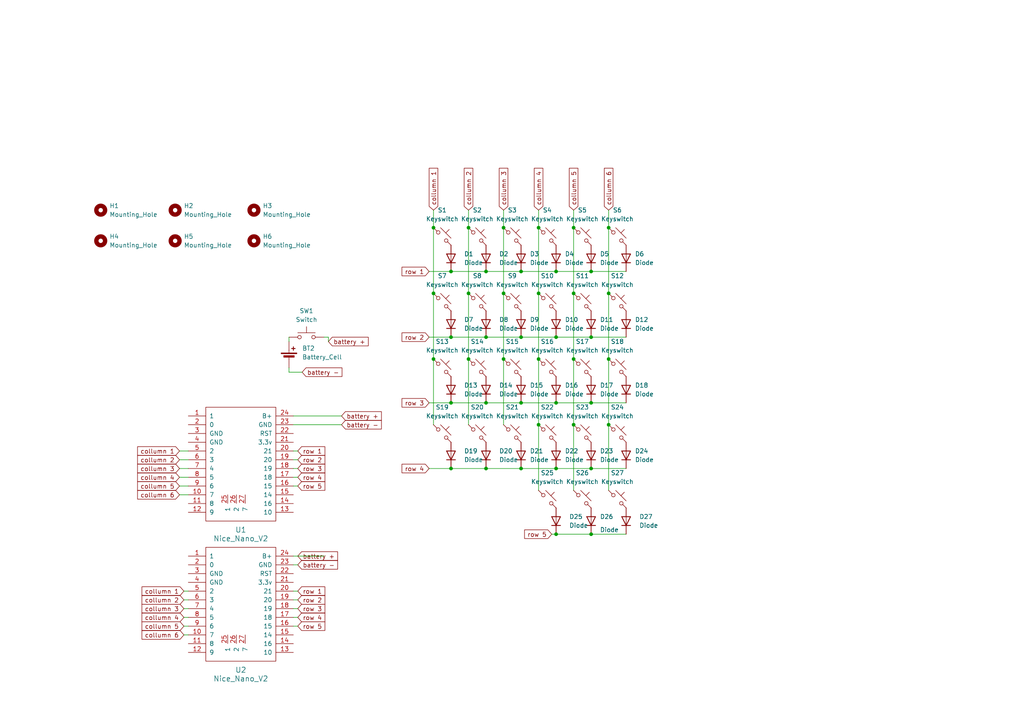
<source format=kicad_sch>
(kicad_sch (version 20231120) (generator "eeschema") (generator_version "8.0")
  (paper "A4")
  (lib_symbols
    (symbol "Device:Battery_Cell" (pin_numbers hide) (pin_names (offset 0) hide)
      (property "Reference" "BT" (at 2.54 2.54 0))
      (property "Value" "Battery_Cell" (at 2.54 0 0))
      (symbol "Battery_Cell_0_1"
        (rectangle (start -2.286 1.778) (end 2.286 1.524) (fill (type outline)))
        (rectangle (start -1.524 1.016) (end 1.524 0.508) (fill (type outline)))
        (polyline (pts (xy 0 0.762) (xy 0 0)))
        (polyline (pts (xy 0 1.778) (xy 0 2.54)))
        (polyline (pts (xy 0.762 3.048) (xy 1.778 3.048)) (stroke (width 0.254)))
        (polyline (pts (xy 1.27 3.556) (xy 1.27 2.54)) (stroke (width 0.254)))
      )
      (symbol "Battery_Cell_1_1"
        (pin passive line (at 0 5.08 270) (length 2.54) (name "+") (number "1"))
        (pin passive line (at 0 -2.54 90) (length 2.54) (name "-") (number "2"))
      )
    )
    (symbol "ScottoKeebs:MCU_Nice_Nano_V2" (pin_names (offset 1.016))
      (property "Reference" "U" (at 0 0 0))
      (property "Value" "Nice_Nano_V2" (at 0 -19.05 0))
      (symbol "MCU_Nice_Nano_V2_0_1"
        (rectangle (start -10.16 16.51) (end 10.16 -16.51))
      )
      (symbol "MCU_Nice_Nano_V2_1_1"
        (pin input line (at -15.24 13.97 0) (length 5.08) (name "1") (number "1"))
        (pin input line (at -15.24 -8.89 0) (length 5.08) (name "7") (number "10"))
        (pin input line (at -15.24 -11.43 0) (length 5.08) (name "8") (number "11"))
        (pin input line (at -15.24 -13.97 0) (length 5.08) (name "9") (number "12"))
        (pin input line (at 15.24 -13.97 180) (length 5.08) (name "10") (number "13"))
        (pin input line (at 15.24 -11.43 180) (length 5.08) (name "16") (number "14"))
        (pin input line (at 15.24 -8.89 180) (length 5.08) (name "14") (number "15"))
        (pin input line (at 15.24 -6.35 180) (length 5.08) (name "15") (number "16"))
        (pin input line (at 15.24 -3.81 180) (length 5.08) (name "18") (number "17"))
        (pin input line (at 15.24 -1.27 180) (length 5.08) (name "19") (number "18"))
        (pin input line (at 15.24 1.27 180) (length 5.08) (name "20") (number "19"))
        (pin input line (at -15.24 11.43 0) (length 5.08) (name "0") (number "2"))
        (pin input line (at 15.24 3.81 180) (length 5.08) (name "21") (number "20"))
        (pin input line (at 15.24 6.35 180) (length 5.08) (name "3.3v") (number "21"))
        (pin input line (at 15.24 8.89 180) (length 5.08) (name "RST") (number "22"))
        (pin input line (at 15.24 11.43 180) (length 5.08) (name "GND") (number "23"))
        (pin input line (at 15.24 13.97 180) (length 5.08) (name "B+") (number "24"))
        (pin input line (at -3.81 -8.89 270) (length 2.5) (name "1") (number "25"))
        (pin input line (at -1.27 -8.89 270) (length 2.5) (name "2") (number "26"))
        (pin input line (at 1.27 -8.89 270) (length 2.5) (name "7") (number "27"))
        (pin input line (at -15.24 8.89 0) (length 5.08) (name "GND") (number "3"))
        (pin input line (at -15.24 6.35 0) (length 5.08) (name "GND") (number "4"))
        (pin input line (at -15.24 3.81 0) (length 5.08) (name "2") (number "5"))
        (pin input line (at -15.24 1.27 0) (length 5.08) (name "3") (number "6"))
        (pin input line (at -15.24 -1.27 0) (length 5.08) (name "4") (number "7"))
        (pin input line (at -15.24 -3.81 0) (length 5.08) (name "5") (number "8"))
        (pin input line (at -15.24 -6.35 0) (length 5.08) (name "6") (number "9"))
      )
    )
    (symbol "ScottoKeebs:Placeholder_Diode" (pin_numbers hide) (pin_names hide)
      (property "Reference" "D" (at 0 2.54 0))
      (property "Value" "Diode" (at 0 -2.54 0))
      (symbol "Placeholder_Diode_0_1"
        (polyline (pts (xy -1.27 1.27) (xy -1.27 -1.27)) (stroke (width 0.254)))
        (polyline (pts (xy 1.27 0) (xy -1.27 0)))
        (polyline (pts (xy 1.27 1.27) (xy 1.27 -1.27) (xy -1.27 0) (xy 1.27 1.27)) (stroke (width 0.254)))
      )
      (symbol "Placeholder_Diode_1_1"
        (pin passive line (at -3.81 0 0) (length 2.54) (name "K") (number "1"))
        (pin passive line (at 3.81 0 180) (length 2.54) (name "A") (number "2"))
      )
    )
    (symbol "ScottoKeebs:Placeholder_Keyswitch" (pin_numbers hide) (pin_names (offset 1.016) hide)
      (property "Reference" "S" (at 3.048 1.016 0))
      (property "Value" "Keyswitch" (at 0 -3.81 0))
      (symbol "Placeholder_Keyswitch_0_1"
        (circle (center -1.1684 1.1684) (radius 0.508))
        (polyline (pts (xy -0.508 2.54) (xy 2.54 -0.508)))
        (polyline (pts (xy 1.016 1.016) (xy 2.032 2.032)))
        (polyline (pts (xy -2.54 2.54) (xy -1.524 1.524) (xy -1.524 1.524)))
        (polyline (pts (xy 1.524 -1.524) (xy 2.54 -2.54) (xy 2.54 -2.54) (xy 2.54 -2.54)))
        (circle (center 1.143 -1.1938) (radius 0.508))
        (pin passive line (at -2.54 2.54 0) (length 0) (name "1") (number "1"))
        (pin passive line (at 2.54 -2.54 180) (length 0) (name "2") (number "2"))
      )
    )
    (symbol "ScottoKeebs:Placeholder_Mounting_Hole" (pin_names (offset 1.016))
      (property "Reference" "H" (at 0 5.08 0))
      (property "Value" "Mounting_Hole" (at 0 3.175 0))
      (symbol "Placeholder_Mounting_Hole_0_1"
        (circle (center 0 0) (radius 1.27) (stroke (width 1.27)))
      )
    )
    (symbol "ScottoKeebs:Placeholder_Switch" (pin_numbers hide) (pin_names (offset 1.016) hide)
      (property "Reference" "SW" (at 1.27 2.54 0))
      (property "Value" "Switch" (at 0 -1.524 0))
      (symbol "Placeholder_Switch_0_1"
        (circle (center -2.032 0) (radius 0.508))
        (polyline (pts (xy 0 1.27) (xy 0 3.048)))
        (polyline (pts (xy 2.54 1.27) (xy -2.54 1.27)))
        (circle (center 2.032 0) (radius 0.508))
        (pin passive line (at -5.08 0 0) (length 2.54) (name "1") (number "1"))
        (pin passive line (at 5.08 0 180) (length 2.54) (name "2") (number "2"))
      )
    )
  )
  (junction (at 161.29 78.74))
  (junction (at 130.81 97.79))
  (junction (at 140.97 78.74))
  (junction (at 156.21 66.04))
  (junction (at 130.81 135.89))
  (junction (at 130.81 116.84))
  (junction (at 161.29 97.79))
  (junction (at 125.73 85.09))
  (junction (at 166.37 85.09))
  (junction (at 156.21 85.09))
  (junction (at 156.21 104.14))
  (junction (at 140.97 97.79))
  (junction (at 140.97 135.89))
  (junction (at 125.73 66.04))
  (junction (at 151.13 135.89))
  (junction (at 166.37 104.14))
  (junction (at 171.45 78.74))
  (junction (at 161.29 135.89))
  (junction (at 166.37 123.19))
  (junction (at 171.45 135.89))
  (junction (at 135.89 85.09))
  (junction (at 140.97 116.84))
  (junction (at 146.05 104.14))
  (junction (at 176.53 104.14))
  (junction (at 161.29 154.94))
  (junction (at 176.53 66.04))
  (junction (at 135.89 104.14))
  (junction (at 166.37 66.04))
  (junction (at 176.53 123.19))
  (junction (at 135.89 66.04))
  (junction (at 125.73 104.14))
  (junction (at 146.05 85.09))
  (junction (at 151.13 97.79))
  (junction (at 151.13 116.84))
  (junction (at 151.13 78.74))
  (junction (at 171.45 116.84))
  (junction (at 156.21 123.19))
  (junction (at 176.53 85.09))
  (junction (at 171.45 154.94))
  (junction (at 171.45 97.79))
  (junction (at 130.81 78.74))
  (junction (at 161.29 116.84))
  (junction (at 146.05 66.04))
  (wire (pts (xy 160.02 154.94) (xy 161.29 154.94)))
  (wire (pts (xy 53.34 171.45) (xy 54.61 171.45)))
  (wire (pts (xy 124.46 78.74) (xy 130.81 78.74)))
  (wire (pts (xy 161.29 97.79) (xy 171.45 97.79)))
  (wire (pts (xy 125.73 60.96) (xy 125.73 66.04)))
  (wire (pts (xy 85.09 130.81) (xy 86.36 130.81)))
  (wire (pts (xy 146.05 66.04) (xy 146.05 85.09)))
  (wire (pts (xy 52.07 133.35) (xy 54.61 133.35)))
  (wire (pts (xy 146.05 104.14) (xy 146.05 123.19)))
  (wire (pts (xy 171.45 97.79) (xy 181.61 97.79)))
  (wire (pts (xy 135.89 60.96) (xy 135.89 66.04)))
  (wire (pts (xy 156.21 66.04) (xy 156.21 85.09)))
  (wire (pts (xy 140.97 97.79) (xy 151.13 97.79)))
  (wire (pts (xy 52.07 135.89) (xy 54.61 135.89)))
  (wire (pts (xy 85.09 120.65) (xy 99.06 120.65)))
  (wire (pts (xy 85.09 135.89) (xy 86.36 135.89)))
  (wire (pts (xy 166.37 123.19) (xy 166.37 142.24)))
  (wire (pts (xy 52.07 130.81) (xy 54.61 130.81)))
  (wire (pts (xy 85.09 133.35) (xy 86.36 133.35)))
  (wire (pts (xy 151.13 116.84) (xy 161.29 116.84)))
  (wire (pts (xy 151.13 97.79) (xy 161.29 97.79)))
  (wire (pts (xy 95.25 97.79) (xy 95.25 99.06)))
  (wire (pts (xy 156.21 104.14) (xy 156.21 123.19)))
  (wire (pts (xy 130.81 78.74) (xy 140.97 78.74)))
  (wire (pts (xy 124.46 97.79) (xy 130.81 97.79)))
  (wire (pts (xy 53.34 173.99) (xy 54.61 173.99)))
  (wire (pts (xy 85.09 173.99) (xy 86.36 173.99)))
  (wire (pts (xy 146.05 60.96) (xy 146.05 66.04)))
  (wire (pts (xy 171.45 116.84) (xy 181.61 116.84)))
  (wire (pts (xy 140.97 116.84) (xy 151.13 116.84)))
  (wire (pts (xy 52.07 143.51) (xy 54.61 143.51)))
  (wire (pts (xy 85.09 140.97) (xy 86.36 140.97)))
  (wire (pts (xy 135.89 85.09) (xy 135.89 104.14)))
  (wire (pts (xy 161.29 78.74) (xy 171.45 78.74)))
  (wire (pts (xy 156.21 85.09) (xy 156.21 104.14)))
  (wire (pts (xy 85.09 181.61) (xy 86.36 181.61)))
  (wire (pts (xy 151.13 78.74) (xy 161.29 78.74)))
  (wire (pts (xy 130.81 135.89) (xy 140.97 135.89)))
  (wire (pts (xy 146.05 85.09) (xy 146.05 104.14)))
  (wire (pts (xy 85.09 138.43) (xy 86.36 138.43)))
  (wire (pts (xy 156.21 60.96) (xy 156.21 66.04)))
  (wire (pts (xy 93.98 97.79) (xy 95.25 97.79)))
  (wire (pts (xy 176.53 66.04) (xy 176.53 85.09)))
  (wire (pts (xy 135.89 66.04) (xy 135.89 85.09)))
  (wire (pts (xy 176.53 123.19) (xy 176.53 142.24)))
  (wire (pts (xy 85.09 176.53) (xy 86.36 176.53)))
  (wire (pts (xy 53.34 184.15) (xy 54.61 184.15)))
  (wire (pts (xy 135.89 104.14) (xy 135.89 123.19)))
  (wire (pts (xy 156.21 123.19) (xy 156.21 142.24)))
  (wire (pts (xy 53.34 181.61) (xy 54.61 181.61)))
  (wire (pts (xy 85.09 179.07) (xy 86.36 179.07)))
  (wire (pts (xy 176.53 85.09) (xy 176.53 104.14)))
  (wire (pts (xy 140.97 78.74) (xy 151.13 78.74)))
  (wire (pts (xy 171.45 135.89) (xy 181.61 135.89)))
  (wire (pts (xy 85.09 171.45) (xy 86.36 171.45)))
  (wire (pts (xy 85.09 123.19) (xy 99.06 123.19)))
  (wire (pts (xy 161.29 154.94) (xy 171.45 154.94)))
  (wire (pts (xy 151.13 135.89) (xy 161.29 135.89)))
  (wire (pts (xy 161.29 135.89) (xy 171.45 135.89)))
  (wire (pts (xy 85.09 161.29) (xy 93.98 161.29)))
  (wire (pts (xy 52.07 138.43) (xy 54.61 138.43)))
  (wire (pts (xy 52.07 140.97) (xy 54.61 140.97)))
  (wire (pts (xy 166.37 60.96) (xy 166.37 66.04)))
  (wire (pts (xy 171.45 154.94) (xy 181.61 154.94)))
  (wire (pts (xy 171.45 78.74) (xy 181.61 78.74)))
  (wire (pts (xy 125.73 66.04) (xy 125.73 85.09)))
  (wire (pts (xy 53.34 179.07) (xy 54.61 179.07)))
  (wire (pts (xy 125.73 85.09) (xy 125.73 104.14)))
  (wire (pts (xy 83.82 97.79) (xy 83.82 99.06)))
  (wire (pts (xy 176.53 104.14) (xy 176.53 123.19)))
  (wire (pts (xy 83.82 106.68) (xy 83.82 107.95)))
  (wire (pts (xy 166.37 85.09) (xy 166.37 104.14)))
  (wire (pts (xy 166.37 66.04) (xy 166.37 85.09)))
  (wire (pts (xy 124.46 135.89) (xy 130.81 135.89)))
  (wire (pts (xy 125.73 104.14) (xy 125.73 123.19)))
  (wire (pts (xy 140.97 135.89) (xy 151.13 135.89)))
  (wire (pts (xy 176.53 60.96) (xy 176.53 66.04)))
  (wire (pts (xy 161.29 116.84) (xy 171.45 116.84)))
  (wire (pts (xy 130.81 97.79) (xy 140.97 97.79)))
  (wire (pts (xy 83.82 107.95) (xy 87.63 107.95)))
  (wire (pts (xy 85.09 163.83) (xy 86.36 163.83)))
  (wire (pts (xy 130.81 116.84) (xy 140.97 116.84)))
  (wire (pts (xy 53.34 176.53) (xy 54.61 176.53)))
  (wire (pts (xy 124.46 116.84) (xy 130.81 116.84)))
  (wire (pts (xy 166.37 104.14) (xy 166.37 123.19)))
  (global_label "row 3" (shape input) (at 86.36 135.89 0) (property "Intersheetrefs" "${INTERSHEET_REFS}" (effects (hide yes))))
  (global_label "collumn 6" (shape input) (at 176.53 60.96 90) (property "Intersheetrefs" "${INTERSHEET_REFS}" (effects (hide yes))))
  (global_label "row 2" (shape input) (at 86.36 173.99 0) (property "Intersheetrefs" "${INTERSHEET_REFS}" (effects (hide yes))))
  (global_label "row 1" (shape input) (at 86.36 171.45 0) (property "Intersheetrefs" "${INTERSHEET_REFS}" (effects (hide yes))))
  (global_label "row 4" (shape input) (at 124.46 135.89 180) (property "Intersheetrefs" "${INTERSHEET_REFS}" (effects (hide yes))))
  (global_label "battery -" (shape input) (at 87.63 107.95 0) (property "Intersheetrefs" "${INTERSHEET_REFS}" (effects (hide yes))))
  (global_label "collumn 2" (shape input) (at 52.07 133.35 180) (property "Intersheetrefs" "${INTERSHEET_REFS}" (effects (hide yes))))
  (global_label "row 4" (shape input) (at 86.36 138.43 0) (property "Intersheetrefs" "${INTERSHEET_REFS}" (effects (hide yes))))
  (global_label "collumn 4" (shape input) (at 156.21 60.96 90) (property "Intersheetrefs" "${INTERSHEET_REFS}" (effects (hide yes))))
  (global_label "collumn 3" (shape input) (at 146.05 60.96 90) (property "Intersheetrefs" "${INTERSHEET_REFS}" (effects (hide yes))))
  (global_label "battery -" (shape input) (at 86.36 163.83 0) (property "Intersheetrefs" "${INTERSHEET_REFS}" (effects (hide yes))))
  (global_label "collumn 3" (shape input) (at 53.34 176.53 180) (property "Intersheetrefs" "${INTERSHEET_REFS}" (effects (hide yes))))
  (global_label "row 3" (shape input) (at 86.36 176.53 0) (property "Intersheetrefs" "${INTERSHEET_REFS}" (effects (hide yes))))
  (global_label "collumn 1" (shape input) (at 52.07 130.81 180) (property "Intersheetrefs" "${INTERSHEET_REFS}" (effects (hide yes))))
  (global_label "battery -" (shape input) (at 99.06 123.19 0) (property "Intersheetrefs" "${INTERSHEET_REFS}" (effects (hide yes))))
  (global_label "row 5" (shape input) (at 86.36 140.97 0) (property "Intersheetrefs" "${INTERSHEET_REFS}" (effects (hide yes))))
  (global_label "collumn 1" (shape input) (at 125.73 60.96 90) (property "Intersheetrefs" "${INTERSHEET_REFS}" (effects (hide yes))))
  (global_label "collumn 1" (shape input) (at 53.34 171.45 180) (property "Intersheetrefs" "${INTERSHEET_REFS}" (effects (hide yes))))
  (global_label "row 5" (shape input) (at 86.36 181.61 0) (property "Intersheetrefs" "${INTERSHEET_REFS}" (effects (hide yes))))
  (global_label "collumn 3" (shape input) (at 52.07 135.89 180) (property "Intersheetrefs" "${INTERSHEET_REFS}" (effects (hide yes))))
  (global_label "battery +" (shape input) (at 86.36 161.29 0) (property "Intersheetrefs" "${INTERSHEET_REFS}" (effects (hide yes))))
  (global_label "row 2" (shape input) (at 124.46 97.79 180) (property "Intersheetrefs" "${INTERSHEET_REFS}" (effects (hide yes))))
  (global_label "collumn 5" (shape input) (at 52.07 140.97 180) (property "Intersheetrefs" "${INTERSHEET_REFS}" (effects (hide yes))))
  (global_label "battery +" (shape input) (at 95.25 99.06 0) (property "Intersheetrefs" "${INTERSHEET_REFS}" (effects (hide yes))))
  (global_label "collumn 2" (shape input) (at 135.89 60.96 90) (property "Intersheetrefs" "${INTERSHEET_REFS}" (effects (hide yes))))
  (global_label "collumn 6" (shape input) (at 52.07 143.51 180) (property "Intersheetrefs" "${INTERSHEET_REFS}" (effects (hide yes))))
  (global_label "row 5" (shape input) (at 160.02 154.94 180) (property "Intersheetrefs" "${INTERSHEET_REFS}" (effects (hide yes))))
  (global_label "row 3" (shape input) (at 124.46 116.84 180) (property "Intersheetrefs" "${INTERSHEET_REFS}" (effects (hide yes))))
  (global_label "row 2" (shape input) (at 86.36 133.35 0) (property "Intersheetrefs" "${INTERSHEET_REFS}" (effects (hide yes))))
  (global_label "collumn 5" (shape input) (at 53.34 181.61 180) (property "Intersheetrefs" "${INTERSHEET_REFS}" (effects (hide yes))))
  (global_label "collumn 4" (shape input) (at 52.07 138.43 180) (property "Intersheetrefs" "${INTERSHEET_REFS}" (effects (hide yes))))
  (global_label "row 1" (shape input) (at 124.46 78.74 180) (property "Intersheetrefs" "${INTERSHEET_REFS}" (effects (hide yes))))
  (global_label "collumn 2" (shape input) (at 53.34 173.99 180) (property "Intersheetrefs" "${INTERSHEET_REFS}" (effects (hide yes))))
  (global_label "battery +" (shape input) (at 99.06 120.65 0) (property "Intersheetrefs" "${INTERSHEET_REFS}" (effects (hide yes))))
  (global_label "collumn 6" (shape input) (at 53.34 184.15 180) (property "Intersheetrefs" "${INTERSHEET_REFS}" (effects (hide yes))))
  (global_label "row 1" (shape input) (at 86.36 130.81 0) (property "Intersheetrefs" "${INTERSHEET_REFS}" (effects (hide yes))))
  (global_label "collumn 5" (shape input) (at 166.37 60.96 90) (property "Intersheetrefs" "${INTERSHEET_REFS}" (effects (hide yes))))
  (global_label "row 4" (shape input) (at 86.36 179.07 0) (property "Intersheetrefs" "${INTERSHEET_REFS}" (effects (hide yes))))
  (global_label "collumn 4" (shape input) (at 53.34 179.07 180) (property "Intersheetrefs" "${INTERSHEET_REFS}" (effects (hide yes))))
  (symbol (lib_id "ScottoKeebs:Placeholder_Keyswitch") (at 179.07 125.73 0) (unit 1)
    (property "Reference" "S24" (at 179.07 118.11 0))
    (property "Value" "Keyswitch" (at 179.07 120.65 0))
    (property "Footprint" "ScottoKeebs_MX:MX_PCB_1.00u" (effects (hide yes)))
    (property "Description" "Push button switch, normally open, two pins, 45° tilted" (effects (hide yes)))
  )
  (symbol (lib_id "ScottoKeebs:Placeholder_Diode") (at 181.61 93.98 90) (unit 1)
    (property "Reference" "D12" (at 184.15 92.7099 90) (effects (justify right)))
    (property "Value" "Diode" (at 184.15 95.2499 90) (effects (justify right)))
    (property "Footprint" "ScottoKeebs_Components:Diode_DO-35" (effects (hide yes)))
    (property "Description" "1N4148 (DO-35) or 1N4148W (SOD-123)" (effects (hide yes)))
    (property "Sim.Device" "D" (effects (hide yes)))
    (property "Sim.Pins" "1=K 2=A" (effects (hide yes)))
  )
  (symbol (lib_id "ScottoKeebs:Placeholder_Keyswitch") (at 179.07 144.78 0) (unit 1)
    (property "Reference" "S27" (at 179.07 137.16 0))
    (property "Value" "Keyswitch" (at 179.07 139.7 0))
    (property "Footprint" "ScottoKeebs_MX:MX_PCB_1.00u" (effects (hide yes)))
    (property "Description" "Push button switch, normally open, two pins, 45° tilted" (effects (hide yes)))
  )
  (symbol (lib_id "ScottoKeebs:Placeholder_Mounting_Hole") (at 29.21 60.96 0) (unit 1)
    (property "Reference" "H1" (at 31.75 59.6899 0) (effects (justify left)))
    (property "Value" "Mounting_Hole" (at 31.75 62.2299 0) (effects (justify left)))
    (property "Footprint" "ScottoKeebs_Scotto:Standoff_M2x6mm" (effects (hide yes)))
    (property "Description" "Mounting Hole without connection" (effects (hide yes)))
  )
  (symbol (lib_id "ScottoKeebs:Placeholder_Keyswitch") (at 168.91 106.68 0) (unit 1)
    (property "Reference" "S17" (at 168.91 99.06 0))
    (property "Value" "Keyswitch" (at 168.91 101.6 0))
    (property "Footprint" "ScottoKeebs_MX:MX_PCB_1.00u" (effects (hide yes)))
    (property "Description" "Push button switch, normally open, two pins, 45° tilted" (effects (hide yes)))
  )
  (symbol (lib_id "ScottoKeebs:Placeholder_Diode") (at 181.61 113.03 90) (unit 1)
    (property "Reference" "D18" (at 184.15 111.7599 90) (effects (justify right)))
    (property "Value" "Diode" (at 184.15 114.2999 90) (effects (justify right)))
    (property "Footprint" "ScottoKeebs_Components:Diode_DO-35" (effects (hide yes)))
    (property "Description" "1N4148 (DO-35) or 1N4148W (SOD-123)" (effects (hide yes)))
    (property "Sim.Device" "D" (effects (hide yes)))
    (property "Sim.Pins" "1=K 2=A" (effects (hide yes)))
  )
  (symbol (lib_id "ScottoKeebs:Placeholder_Diode") (at 151.13 93.98 90) (unit 1)
    (property "Reference" "D9" (at 153.67 92.7099 90) (effects (justify right)))
    (property "Value" "Diode" (at 153.67 95.2499 90) (effects (justify right)))
    (property "Footprint" "ScottoKeebs_Components:Diode_DO-35" (effects (hide yes)))
    (property "Description" "1N4148 (DO-35) or 1N4148W (SOD-123)" (effects (hide yes)))
    (property "Sim.Device" "D" (effects (hide yes)))
    (property "Sim.Pins" "1=K 2=A" (effects (hide yes)))
  )
  (symbol (lib_id "ScottoKeebs:Placeholder_Keyswitch") (at 179.07 87.63 0) (unit 1)
    (property "Reference" "S12" (at 179.07 80.01 0))
    (property "Value" "Keyswitch" (at 179.07 82.55 0))
    (property "Footprint" "ScottoKeebs_MX:MX_PCB_1.00u" (effects (hide yes)))
    (property "Description" "Push button switch, normally open, two pins, 45° tilted" (effects (hide yes)))
  )
  (symbol (lib_id "ScottoKeebs:Placeholder_Diode") (at 151.13 132.08 90) (unit 1)
    (property "Reference" "D21" (at 153.67 130.8099 90) (effects (justify right)))
    (property "Value" "Diode" (at 153.67 133.3499 90) (effects (justify right)))
    (property "Footprint" "ScottoKeebs_Components:Diode_DO-35" (effects (hide yes)))
    (property "Description" "1N4148 (DO-35) or 1N4148W (SOD-123)" (effects (hide yes)))
    (property "Sim.Device" "D" (effects (hide yes)))
    (property "Sim.Pins" "1=K 2=A" (effects (hide yes)))
  )
  (symbol (lib_id "ScottoKeebs:Placeholder_Keyswitch") (at 148.59 87.63 0) (unit 1)
    (property "Reference" "S9" (at 148.59 80.01 0))
    (property "Value" "Keyswitch" (at 148.59 82.55 0))
    (property "Footprint" "ScottoKeebs_MX:MX_PCB_1.00u" (effects (hide yes)))
    (property "Description" "Push button switch, normally open, two pins, 45° tilted" (effects (hide yes)))
  )
  (symbol (lib_id "ScottoKeebs:Placeholder_Diode") (at 171.45 74.93 90) (unit 1)
    (property "Reference" "D5" (at 173.99 73.6599 90) (effects (justify right)))
    (property "Value" "Diode" (at 173.99 76.1999 90) (effects (justify right)))
    (property "Footprint" "ScottoKeebs_Components:Diode_DO-35" (effects (hide yes)))
    (property "Description" "1N4148 (DO-35) or 1N4148W (SOD-123)" (effects (hide yes)))
    (property "Sim.Device" "D" (effects (hide yes)))
    (property "Sim.Pins" "1=K 2=A" (effects (hide yes)))
  )
  (symbol (lib_id "ScottoKeebs:Placeholder_Mounting_Hole") (at 73.66 69.85 0) (unit 1)
    (property "Reference" "H6" (at 76.2 68.5799 0) (effects (justify left)))
    (property "Value" "Mounting_Hole" (at 76.2 71.1199 0) (effects (justify left)))
    (property "Footprint" "ScottoKeebs_Scotto:Standoff_M2x6mm" (effects (hide yes)))
    (property "Description" "Mounting Hole without connection" (effects (hide yes)))
  )
  (symbol (lib_id "ScottoKeebs:Placeholder_Mounting_Hole") (at 50.8 60.96 0) (unit 1)
    (property "Reference" "H2" (at 53.34 59.6899 0) (effects (justify left)))
    (property "Value" "Mounting_Hole" (at 53.34 62.2299 0) (effects (justify left)))
    (property "Footprint" "ScottoKeebs_Scotto:Standoff_M2x6mm" (effects (hide yes)))
    (property "Description" "Mounting Hole without connection" (effects (hide yes)))
  )
  (symbol (lib_id "ScottoKeebs:Placeholder_Diode") (at 151.13 113.03 90) (unit 1)
    (property "Reference" "D15" (at 153.67 111.7599 90) (effects (justify right)))
    (property "Value" "Diode" (at 153.67 114.2999 90) (effects (justify right)))
    (property "Footprint" "ScottoKeebs_Components:Diode_DO-35" (effects (hide yes)))
    (property "Description" "1N4148 (DO-35) or 1N4148W (SOD-123)" (effects (hide yes)))
    (property "Sim.Device" "D" (effects (hide yes)))
    (property "Sim.Pins" "1=K 2=A" (effects (hide yes)))
  )
  (symbol (lib_id "ScottoKeebs:Placeholder_Diode") (at 171.45 151.13 90) (unit 1)
    (property "Reference" "D26" (at 173.99 149.8599 90) (effects (justify right)))
    (property "Value" "Diode" (at 173.99 153.6699 90) (effects (justify right)))
    (property "Footprint" "ScottoKeebs_Components:Diode_DO-35" (effects (hide yes)))
    (property "Description" "1N4148 (DO-35) or 1N4148W (SOD-123)" (effects (hide yes)))
    (property "Sim.Device" "D" (effects (hide yes)))
    (property "Sim.Pins" "1=K 2=A" (effects (hide yes)))
  )
  (symbol (lib_id "ScottoKeebs:Placeholder_Switch") (at 88.9 97.79 0) (mirror y) (unit 1)
    (property "Reference" "SW1" (at 88.9 90.17 0))
    (property "Value" "Switch" (at 88.9 92.71 0))
    (property "Footprint" "ScottoKeebs_Components:Switch_MSK12C02" (effects (hide yes)))
    (property "Description" "Push button switch, generic, two pins" (effects (hide yes)))
  )
  (symbol (lib_id "ScottoKeebs:Placeholder_Diode") (at 130.81 93.98 90) (unit 1)
    (property "Reference" "D7" (at 134.62 92.7099 90) (effects (justify right)))
    (property "Value" "Diode" (at 134.62 95.2499 90) (effects (justify right)))
    (property "Footprint" "ScottoKeebs_Components:Diode_DO-35" (effects (hide yes)))
    (property "Description" "1N4148 (DO-35) or 1N4148W (SOD-123)" (effects (hide yes)))
    (property "Sim.Device" "D" (effects (hide yes)))
    (property "Sim.Pins" "1=K 2=A" (effects (hide yes)))
  )
  (symbol (lib_id "ScottoKeebs:Placeholder_Mounting_Hole") (at 73.66 60.96 0) (unit 1)
    (property "Reference" "H3" (at 76.2 59.6899 0) (effects (justify left)))
    (property "Value" "Mounting_Hole" (at 76.2 62.2299 0) (effects (justify left)))
    (property "Footprint" "ScottoKeebs_Scotto:Standoff_M2x6mm" (effects (hide yes)))
    (property "Description" "Mounting Hole without connection" (effects (hide yes)))
  )
  (symbol (lib_id "ScottoKeebs:Placeholder_Keyswitch") (at 148.59 125.73 0) (unit 1)
    (property "Reference" "S21" (at 148.59 118.11 0))
    (property "Value" "Keyswitch" (at 148.59 120.65 0))
    (property "Footprint" "ScottoKeebs_MX:MX_PCB_1.00u" (effects (hide yes)))
    (property "Description" "Push button switch, normally open, two pins, 45° tilted" (effects (hide yes)))
  )
  (symbol (lib_id "ScottoKeebs:Placeholder_Keyswitch") (at 148.59 68.58 0) (unit 1)
    (property "Reference" "S3" (at 148.59 60.96 0))
    (property "Value" "Keyswitch" (at 148.59 63.5 0))
    (property "Footprint" "ScottoKeebs_MX:MX_PCB_1.00u" (effects (hide yes)))
    (property "Description" "Push button switch, normally open, two pins, 45° tilted" (effects (hide yes)))
  )
  (symbol (lib_id "ScottoKeebs:Placeholder_Keyswitch") (at 158.75 106.68 0) (unit 1)
    (property "Reference" "S16" (at 158.75 99.06 0))
    (property "Value" "Keyswitch" (at 158.75 101.6 0))
    (property "Footprint" "ScottoKeebs_MX:MX_PCB_1.00u" (effects (hide yes)))
    (property "Description" "Push button switch, normally open, two pins, 45° tilted" (effects (hide yes)))
  )
  (symbol (lib_id "ScottoKeebs:Placeholder_Keyswitch") (at 168.91 144.78 0) (unit 1)
    (property "Reference" "S26" (at 168.91 137.16 0))
    (property "Value" "Keyswitch" (at 168.91 139.7 0))
    (property "Footprint" "ScottoKeebs_MX:MX_PCB_1.00u" (effects (hide yes)))
    (property "Description" "Push button switch, normally open, two pins, 45° tilted" (effects (hide yes)))
  )
  (symbol (lib_id "Device:Battery_Cell") (at 83.82 104.14 0) (unit 1)
    (property "Reference" "BT2" (at 87.63 101.0284 0) (effects (justify left)))
    (property "Value" "Battery_Cell" (at 87.63 103.5684 0) (effects (justify left)))
    (property "Footprint" "ScottoKeebs_Scotto:Battery" (effects (hide yes)))
    (property "Description" "Single-cell battery" (effects (hide yes)))
  )
  (symbol (lib_id "ScottoKeebs:Placeholder_Diode") (at 161.29 93.98 90) (unit 1)
    (property "Reference" "D10" (at 163.83 92.7099 90) (effects (justify right)))
    (property "Value" "Diode" (at 163.83 95.2499 90) (effects (justify right)))
    (property "Footprint" "ScottoKeebs_Components:Diode_DO-35" (effects (hide yes)))
    (property "Description" "1N4148 (DO-35) or 1N4148W (SOD-123)" (effects (hide yes)))
    (property "Sim.Device" "D" (effects (hide yes)))
    (property "Sim.Pins" "1=K 2=A" (effects (hide yes)))
  )
  (symbol (lib_id "ScottoKeebs:Placeholder_Diode") (at 140.97 113.03 90) (unit 1)
    (property "Reference" "D14" (at 144.78 111.7599 90) (effects (justify right)))
    (property "Value" "Diode" (at 144.78 114.2999 90) (effects (justify right)))
    (property "Footprint" "ScottoKeebs_Components:Diode_DO-35" (effects (hide yes)))
    (property "Description" "1N4148 (DO-35) or 1N4148W (SOD-123)" (effects (hide yes)))
    (property "Sim.Device" "D" (effects (hide yes)))
    (property "Sim.Pins" "1=K 2=A" (effects (hide yes)))
  )
  (symbol (lib_id "ScottoKeebs:Placeholder_Keyswitch") (at 168.91 68.58 0) (unit 1)
    (property "Reference" "S5" (at 168.91 60.96 0))
    (property "Value" "Keyswitch" (at 168.91 63.5 0))
    (property "Footprint" "ScottoKeebs_MX:MX_PCB_1.00u" (effects (hide yes)))
    (property "Description" "Push button switch, normally open, two pins, 45° tilted" (effects (hide yes)))
  )
  (symbol (lib_id "ScottoKeebs:Placeholder_Diode") (at 140.97 93.98 90) (unit 1)
    (property "Reference" "D8" (at 144.78 92.7099 90) (effects (justify right)))
    (property "Value" "Diode" (at 144.78 95.2499 90) (effects (justify right)))
    (property "Footprint" "ScottoKeebs_Components:Diode_DO-35" (effects (hide yes)))
    (property "Description" "1N4148 (DO-35) or 1N4148W (SOD-123)" (effects (hide yes)))
    (property "Sim.Device" "D" (effects (hide yes)))
    (property "Sim.Pins" "1=K 2=A" (effects (hide yes)))
  )
  (symbol (lib_id "ScottoKeebs:Placeholder_Diode") (at 130.81 132.08 90) (unit 1)
    (property "Reference" "D19" (at 134.62 130.8099 90) (effects (justify right)))
    (property "Value" "Diode" (at 134.62 133.3499 90) (effects (justify right)))
    (property "Footprint" "ScottoKeebs_Components:Diode_DO-35" (effects (hide yes)))
    (property "Description" "1N4148 (DO-35) or 1N4148W (SOD-123)" (effects (hide yes)))
    (property "Sim.Device" "D" (effects (hide yes)))
    (property "Sim.Pins" "1=K 2=A" (effects (hide yes)))
  )
  (symbol (lib_id "ScottoKeebs:Placeholder_Keyswitch") (at 138.43 125.73 0) (unit 1)
    (property "Reference" "S20" (at 138.43 118.11 0))
    (property "Value" "Keyswitch" (at 138.43 120.65 0))
    (property "Footprint" "ScottoKeebs_MX:MX_PCB_1.00u" (effects (hide yes)))
    (property "Description" "Push button switch, normally open, two pins, 45° tilted" (effects (hide yes)))
  )
  (symbol (lib_id "ScottoKeebs:Placeholder_Keyswitch") (at 128.27 106.68 0) (unit 1)
    (property "Reference" "S13" (at 128.27 99.06 0))
    (property "Value" "Keyswitch" (at 128.27 101.6 0))
    (property "Footprint" "ScottoKeebs_MX:MX_PCB_1.00u" (effects (hide yes)))
    (property "Description" "Push button switch, normally open, two pins, 45° tilted" (effects (hide yes)))
  )
  (symbol (lib_id "ScottoKeebs:Placeholder_Mounting_Hole") (at 50.8 69.85 0) (unit 1)
    (property "Reference" "H5" (at 53.34 68.5799 0) (effects (justify left)))
    (property "Value" "Mounting_Hole" (at 53.34 71.1199 0) (effects (justify left)))
    (property "Footprint" "ScottoKeebs_Scotto:Standoff_M2x6mm" (effects (hide yes)))
    (property "Description" "Mounting Hole without connection" (effects (hide yes)))
  )
  (symbol (lib_id "ScottoKeebs:Placeholder_Keyswitch") (at 158.75 144.78 0) (unit 1)
    (property "Reference" "S25" (at 158.75 137.16 0))
    (property "Value" "Keyswitch" (at 158.75 139.7 0))
    (property "Footprint" "ScottoKeebs_MX:MX_PCB_1.00u" (effects (hide yes)))
    (property "Description" "Push button switch, normally open, two pins, 45° tilted" (effects (hide yes)))
  )
  (symbol (lib_id "ScottoKeebs:Placeholder_Diode") (at 181.61 132.08 90) (unit 1)
    (property "Reference" "D24" (at 184.15 130.8099 90) (effects (justify right)))
    (property "Value" "Diode" (at 184.15 133.3499 90) (effects (justify right)))
    (property "Footprint" "ScottoKeebs_Components:Diode_DO-35" (effects (hide yes)))
    (property "Description" "1N4148 (DO-35) or 1N4148W (SOD-123)" (effects (hide yes)))
    (property "Sim.Device" "D" (effects (hide yes)))
    (property "Sim.Pins" "1=K 2=A" (effects (hide yes)))
  )
  (symbol (lib_id "ScottoKeebs:Placeholder_Diode") (at 171.45 132.08 90) (unit 1)
    (property "Reference" "D23" (at 173.99 130.8099 90) (effects (justify right)))
    (property "Value" "Diode" (at 173.99 133.3499 90) (effects (justify right)))
    (property "Footprint" "ScottoKeebs_Components:Diode_DO-35" (effects (hide yes)))
    (property "Description" "1N4148 (DO-35) or 1N4148W (SOD-123)" (effects (hide yes)))
    (property "Sim.Device" "D" (effects (hide yes)))
    (property "Sim.Pins" "1=K 2=A" (effects (hide yes)))
  )
  (symbol (lib_id "ScottoKeebs:Placeholder_Keyswitch") (at 158.75 125.73 0) (unit 1)
    (property "Reference" "S22" (at 158.75 118.11 0))
    (property "Value" "Keyswitch" (at 158.75 120.65 0))
    (property "Footprint" "ScottoKeebs_MX:MX_PCB_1.00u" (effects (hide yes)))
    (property "Description" "Push button switch, normally open, two pins, 45° tilted" (effects (hide yes)))
  )
  (symbol (lib_id "ScottoKeebs:Placeholder_Diode") (at 161.29 151.13 90) (unit 1)
    (property "Reference" "D25" (at 165.1 149.8599 90) (effects (justify right)))
    (property "Value" "Diode" (at 165.1 152.3999 90) (effects (justify right)))
    (property "Footprint" "ScottoKeebs_Components:Diode_DO-35" (effects (hide yes)))
    (property "Description" "1N4148 (DO-35) or 1N4148W (SOD-123)" (effects (hide yes)))
    (property "Sim.Device" "D" (effects (hide yes)))
    (property "Sim.Pins" "1=K 2=A" (effects (hide yes)))
  )
  (symbol (lib_id "ScottoKeebs:Placeholder_Diode") (at 140.97 74.93 90) (unit 1)
    (property "Reference" "D2" (at 144.78 73.6599 90) (effects (justify right)))
    (property "Value" "Diode" (at 144.78 76.1999 90) (effects (justify right)))
    (property "Footprint" "ScottoKeebs_Components:Diode_DO-35" (effects (hide yes)))
    (property "Description" "1N4148 (DO-35) or 1N4148W (SOD-123)" (effects (hide yes)))
    (property "Sim.Device" "D" (effects (hide yes)))
    (property "Sim.Pins" "1=K 2=A" (effects (hide yes)))
  )
  (symbol (lib_id "ScottoKeebs:Placeholder_Keyswitch") (at 158.75 68.58 0) (unit 1)
    (property "Reference" "S4" (at 158.75 60.96 0))
    (property "Value" "Keyswitch" (at 158.75 63.5 0))
    (property "Footprint" "ScottoKeebs_MX:MX_PCB_1.00u" (effects (hide yes)))
    (property "Description" "Push button switch, normally open, two pins, 45° tilted" (effects (hide yes)))
  )
  (symbol (lib_id "ScottoKeebs:Placeholder_Keyswitch") (at 128.27 87.63 0) (unit 1)
    (property "Reference" "S7" (at 128.27 80.01 0))
    (property "Value" "Keyswitch" (at 128.27 82.55 0))
    (property "Footprint" "ScottoKeebs_MX:MX_PCB_1.00u" (effects (hide yes)))
    (property "Description" "Push button switch, normally open, two pins, 45° tilted" (effects (hide yes)))
  )
  (symbol (lib_id "ScottoKeebs:Placeholder_Diode") (at 171.45 93.98 90) (unit 1)
    (property "Reference" "D11" (at 173.99 92.7099 90) (effects (justify right)))
    (property "Value" "Diode" (at 173.99 95.2499 90) (effects (justify right)))
    (property "Footprint" "ScottoKeebs_Components:Diode_DO-35" (effects (hide yes)))
    (property "Description" "1N4148 (DO-35) or 1N4148W (SOD-123)" (effects (hide yes)))
    (property "Sim.Device" "D" (effects (hide yes)))
    (property "Sim.Pins" "1=K 2=A" (effects (hide yes)))
  )
  (symbol (lib_id "ScottoKeebs:MCU_Nice_Nano_V2") (at 69.85 175.26 0) (unit 1)
    (property "Reference" "U2" (at 69.85 194.31 0) (effects (font (size 1.524 1.524))))
    (property "Value" "Nice_Nano_V2" (at 69.85 196.85 0) (effects (font (size 1.524 1.524))))
    (property "Footprint" "ScottoKeebs_MCU:Nice_Nano_V2" (effects (hide yes)))
  )
  (symbol (lib_id "ScottoKeebs:Placeholder_Keyswitch") (at 128.27 125.73 0) (unit 1)
    (property "Reference" "S19" (at 128.27 118.11 0))
    (property "Value" "Keyswitch" (at 128.27 120.65 0))
    (property "Footprint" "ScottoKeebs_MX:MX_PCB_1.00u" (effects (hide yes)))
    (property "Description" "Push button switch, normally open, two pins, 45° tilted" (effects (hide yes)))
  )
  (symbol (lib_id "ScottoKeebs:Placeholder_Diode") (at 130.81 113.03 90) (unit 1)
    (property "Reference" "D13" (at 134.62 111.7599 90) (effects (justify right)))
    (property "Value" "Diode" (at 134.62 114.2999 90) (effects (justify right)))
    (property "Footprint" "ScottoKeebs_Components:Diode_DO-35" (effects (hide yes)))
    (property "Description" "1N4148 (DO-35) or 1N4148W (SOD-123)" (effects (hide yes)))
    (property "Sim.Device" "D" (effects (hide yes)))
    (property "Sim.Pins" "1=K 2=A" (effects (hide yes)))
  )
  (symbol (lib_id "ScottoKeebs:Placeholder_Diode") (at 140.97 132.08 90) (unit 1)
    (property "Reference" "D20" (at 144.78 130.8099 90) (effects (justify right)))
    (property "Value" "Diode" (at 144.78 133.3499 90) (effects (justify right)))
    (property "Footprint" "ScottoKeebs_Components:Diode_DO-35" (effects (hide yes)))
    (property "Description" "1N4148 (DO-35) or 1N4148W (SOD-123)" (effects (hide yes)))
    (property "Sim.Device" "D" (effects (hide yes)))
    (property "Sim.Pins" "1=K 2=A" (effects (hide yes)))
  )
  (symbol (lib_id "ScottoKeebs:MCU_Nice_Nano_V2") (at 69.85 134.62 0) (unit 1)
    (property "Reference" "U1" (at 69.85 153.67 0) (effects (font (size 1.524 1.524))))
    (property "Value" "Nice_Nano_V2" (at 69.85 156.21 0) (effects (font (size 1.524 1.524))))
    (property "Footprint" "ScottoKeebs_MCU:Nice_Nano_V2" (effects (hide yes)))
  )
  (symbol (lib_id "ScottoKeebs:Placeholder_Keyswitch") (at 179.07 68.58 0) (unit 1)
    (property "Reference" "S6" (at 179.07 60.96 0))
    (property "Value" "Keyswitch" (at 179.07 63.5 0))
    (property "Footprint" "ScottoKeebs_MX:MX_PCB_1.00u" (effects (hide yes)))
    (property "Description" "Push button switch, normally open, two pins, 45° tilted" (effects (hide yes)))
  )
  (symbol (lib_id "ScottoKeebs:Placeholder_Keyswitch") (at 138.43 106.68 0) (unit 1)
    (property "Reference" "S14" (at 138.43 99.06 0))
    (property "Value" "Keyswitch" (at 138.43 101.6 0))
    (property "Footprint" "ScottoKeebs_MX:MX_PCB_1.00u" (effects (hide yes)))
    (property "Description" "Push button switch, normally open, two pins, 45° tilted" (effects (hide yes)))
  )
  (symbol (lib_id "ScottoKeebs:Placeholder_Diode") (at 130.81 74.93 90) (unit 1)
    (property "Reference" "D1" (at 134.62 73.6599 90) (effects (justify right)))
    (property "Value" "Diode" (at 134.62 76.1999 90) (effects (justify right)))
    (property "Footprint" "ScottoKeebs_Components:Diode_DO-35" (effects (hide yes)))
    (property "Description" "1N4148 (DO-35) or 1N4148W (SOD-123)" (effects (hide yes)))
    (property "Sim.Device" "D" (effects (hide yes)))
    (property "Sim.Pins" "1=K 2=A" (effects (hide yes)))
  )
  (symbol (lib_id "ScottoKeebs:Placeholder_Diode") (at 161.29 132.08 90) (unit 1)
    (property "Reference" "D22" (at 163.83 130.8099 90) (effects (justify right)))
    (property "Value" "Diode" (at 163.83 133.3499 90) (effects (justify right)))
    (property "Footprint" "ScottoKeebs_Components:Diode_DO-35" (effects (hide yes)))
    (property "Description" "1N4148 (DO-35) or 1N4148W (SOD-123)" (effects (hide yes)))
    (property "Sim.Device" "D" (effects (hide yes)))
    (property "Sim.Pins" "1=K 2=A" (effects (hide yes)))
  )
  (symbol (lib_id "ScottoKeebs:Placeholder_Keyswitch") (at 138.43 68.58 0) (unit 1)
    (property "Reference" "S2" (at 138.43 60.96 0))
    (property "Value" "Keyswitch" (at 138.43 63.5 0))
    (property "Footprint" "ScottoKeebs_MX:MX_PCB_1.00u" (effects (hide yes)))
    (property "Description" "Push button switch, normally open, two pins, 45° tilted" (effects (hide yes)))
  )
  (symbol (lib_id "ScottoKeebs:Placeholder_Keyswitch") (at 179.07 106.68 0) (unit 1)
    (property "Reference" "S18" (at 179.07 99.06 0))
    (property "Value" "Keyswitch" (at 179.07 101.6 0))
    (property "Footprint" "ScottoKeebs_MX:MX_PCB_1.00u" (effects (hide yes)))
    (property "Description" "Push button switch, normally open, two pins, 45° tilted" (effects (hide yes)))
  )
  (symbol (lib_id "ScottoKeebs:Placeholder_Keyswitch") (at 128.27 68.58 0) (unit 1)
    (property "Reference" "S1" (at 128.27 60.96 0))
    (property "Value" "Keyswitch" (at 128.27 63.5 0))
    (property "Footprint" "ScottoKeebs_MX:MX_PCB_1.00u" (effects (hide yes)))
    (property "Description" "Push button switch, normally open, two pins, 45° tilted" (effects (hide yes)))
  )
  (symbol (lib_id "ScottoKeebs:Placeholder_Diode") (at 181.61 151.13 90) (unit 1)
    (property "Reference" "D27" (at 185.42 149.8599 90) (effects (justify right)))
    (property "Value" "Diode" (at 185.42 152.3999 90) (effects (justify right)))
    (property "Footprint" "ScottoKeebs_Components:Diode_DO-35" (effects (hide yes)))
    (property "Description" "1N4148 (DO-35) or 1N4148W (SOD-123)" (effects (hide yes)))
    (property "Sim.Device" "D" (effects (hide yes)))
    (property "Sim.Pins" "1=K 2=A" (effects (hide yes)))
  )
  (symbol (lib_id "ScottoKeebs:Placeholder_Diode") (at 161.29 74.93 90) (unit 1)
    (property "Reference" "D4" (at 163.83 73.6599 90) (effects (justify right)))
    (property "Value" "Diode" (at 163.83 76.1999 90) (effects (justify right)))
    (property "Footprint" "ScottoKeebs_Components:Diode_DO-35" (effects (hide yes)))
    (property "Description" "1N4148 (DO-35) or 1N4148W (SOD-123)" (effects (hide yes)))
    (property "Sim.Device" "D" (effects (hide yes)))
    (property "Sim.Pins" "1=K 2=A" (effects (hide yes)))
  )
  (symbol (lib_id "ScottoKeebs:Placeholder_Keyswitch") (at 158.75 87.63 0) (unit 1)
    (property "Reference" "S10" (at 158.75 80.01 0))
    (property "Value" "Keyswitch" (at 158.75 82.55 0))
    (property "Footprint" "ScottoKeebs_MX:MX_PCB_1.00u" (effects (hide yes)))
    (property "Description" "Push button switch, normally open, two pins, 45° tilted" (effects (hide yes)))
  )
  (symbol (lib_id "ScottoKeebs:Placeholder_Diode") (at 161.29 113.03 90) (unit 1)
    (property "Reference" "D16" (at 163.83 111.7599 90) (effects (justify right)))
    (property "Value" "Diode" (at 163.83 114.2999 90) (effects (justify right)))
    (property "Footprint" "ScottoKeebs_Components:Diode_DO-35" (effects (hide yes)))
    (property "Description" "1N4148 (DO-35) or 1N4148W (SOD-123)" (effects (hide yes)))
    (property "Sim.Device" "D" (effects (hide yes)))
    (property "Sim.Pins" "1=K 2=A" (effects (hide yes)))
  )
  (symbol (lib_id "ScottoKeebs:Placeholder_Diode") (at 151.13 74.93 90) (unit 1)
    (property "Reference" "D3" (at 153.67 73.6599 90) (effects (justify right)))
    (property "Value" "Diode" (at 153.67 76.1999 90) (effects (justify right)))
    (property "Footprint" "ScottoKeebs_Components:Diode_DO-35" (effects (hide yes)))
    (property "Description" "1N4148 (DO-35) or 1N4148W (SOD-123)" (effects (hide yes)))
    (property "Sim.Device" "D" (effects (hide yes)))
    (property "Sim.Pins" "1=K 2=A" (effects (hide yes)))
  )
  (symbol (lib_id "ScottoKeebs:Placeholder_Mounting_Hole") (at 29.21 69.85 0) (unit 1)
    (property "Reference" "H4" (at 31.75 68.5799 0) (effects (justify left)))
    (property "Value" "Mounting_Hole" (at 31.75 71.1199 0) (effects (justify left)))
    (property "Footprint" "ScottoKeebs_Scotto:Standoff_M2x6mm" (effects (hide yes)))
    (property "Description" "Mounting Hole without connection" (effects (hide yes)))
  )
  (symbol (lib_id "ScottoKeebs:Placeholder_Keyswitch") (at 148.59 106.68 0) (unit 1)
    (property "Reference" "S15" (at 148.59 99.06 0))
    (property "Value" "Keyswitch" (at 148.59 101.6 0))
    (property "Footprint" "ScottoKeebs_MX:MX_PCB_1.00u" (effects (hide yes)))
    (property "Description" "Push button switch, normally open, two pins, 45° tilted" (effects (hide yes)))
  )
  (symbol (lib_id "ScottoKeebs:Placeholder_Keyswitch") (at 168.91 87.63 0) (unit 1)
    (property "Reference" "S11" (at 168.91 80.01 0))
    (property "Value" "Keyswitch" (at 168.91 82.55 0))
    (property "Footprint" "ScottoKeebs_MX:MX_PCB_1.00u" (effects (hide yes)))
    (property "Description" "Push button switch, normally open, two pins, 45° tilted" (effects (hide yes)))
  )
  (symbol (lib_id "ScottoKeebs:Placeholder_Keyswitch") (at 168.91 125.73 0) (unit 1)
    (property "Reference" "S23" (at 168.91 118.11 0))
    (property "Value" "Keyswitch" (at 168.91 120.65 0))
    (property "Footprint" "ScottoKeebs_MX:MX_PCB_1.00u" (effects (hide yes)))
    (property "Description" "Push button switch, normally open, two pins, 45° tilted" (effects (hide yes)))
  )
  (symbol (lib_id "ScottoKeebs:Placeholder_Keyswitch") (at 138.43 87.63 0) (unit 1)
    (property "Reference" "S8" (at 138.43 80.01 0))
    (property "Value" "Keyswitch" (at 138.43 82.55 0))
    (property "Footprint" "ScottoKeebs_MX:MX_PCB_1.00u" (effects (hide yes)))
    (property "Description" "Push button switch, normally open, two pins, 45° tilted" (effects (hide yes)))
  )
  (symbol (lib_id "ScottoKeebs:Placeholder_Diode") (at 171.45 113.03 90) (unit 1)
    (property "Reference" "D17" (at 173.99 111.7599 90) (effects (justify right)))
    (property "Value" "Diode" (at 173.99 114.2999 90) (effects (justify right)))
    (property "Footprint" "ScottoKeebs_Components:Diode_DO-35" (effects (hide yes)))
    (property "Description" "1N4148 (DO-35) or 1N4148W (SOD-123)" (effects (hide yes)))
    (property "Sim.Device" "D" (effects (hide yes)))
    (property "Sim.Pins" "1=K 2=A" (effects (hide yes)))
  )
  (symbol (lib_id "ScottoKeebs:Placeholder_Diode") (at 181.61 74.93 90) (unit 1)
    (property "Reference" "D6" (at 184.15 73.6599 90) (effects (justify right)))
    (property "Value" "Diode" (at 184.15 76.1999 90) (effects (justify right)))
    (property "Footprint" "ScottoKeebs_Components:Diode_DO-35" (effects (hide yes)))
    (property "Description" "1N4148 (DO-35) or 1N4148W (SOD-123)" (effects (hide yes)))
    (property "Sim.Device" "D" (effects (hide yes)))
    (property "Sim.Pins" "1=K 2=A" (effects (hide yes)))
  )
)
</source>
